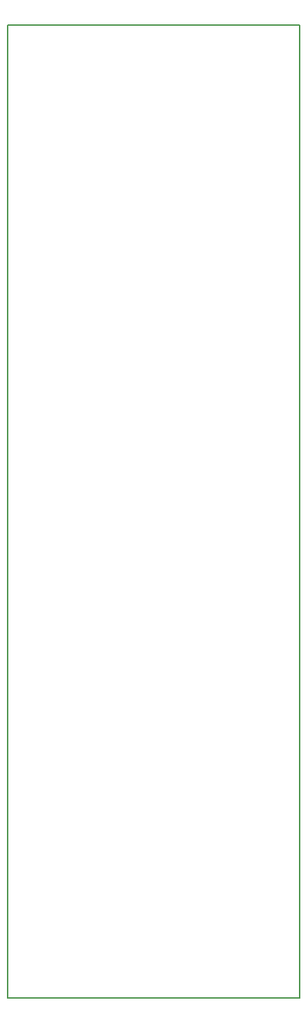
<source format=gbr>
G04 #@! TF.GenerationSoftware,KiCad,Pcbnew,(5.0.2)-1*
G04 #@! TF.CreationDate,2020-11-24T18:05:24+01:00*
G04 #@! TF.ProjectId,PCB_BLUETOOTH_V3,5043425f-424c-4554-9554-4f4f54485f56,rev?*
G04 #@! TF.SameCoordinates,Original*
G04 #@! TF.FileFunction,Profile,NP*
%FSLAX46Y46*%
G04 Gerber Fmt 4.6, Leading zero omitted, Abs format (unit mm)*
G04 Created by KiCad (PCBNEW (5.0.2)-1) date 24/11/2020 18:05:24*
%MOMM*%
%LPD*%
G01*
G04 APERTURE LIST*
%ADD10C,0.150000*%
G04 APERTURE END LIST*
D10*
X106680000Y-155956000D02*
X102108000Y-155956000D01*
X102108000Y-155956000D02*
X102108000Y-37592000D01*
X137668000Y-155956000D02*
X106680000Y-155956000D01*
X137668000Y-37592000D02*
X137668000Y-155956000D01*
X102108000Y-37592000D02*
X137668000Y-37592000D01*
M02*

</source>
